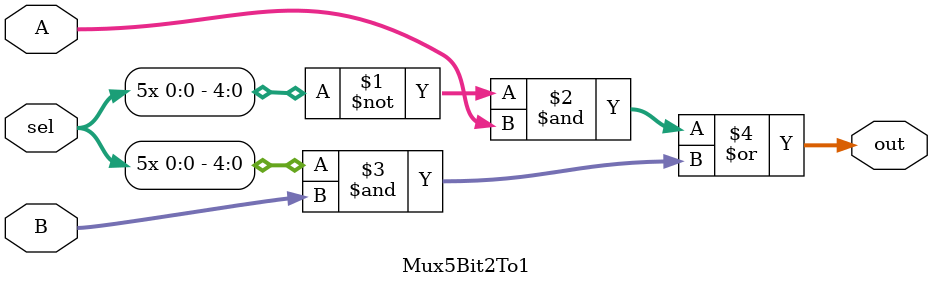
<source format=v>
`timescale 1ns / 1ps


module Mux5Bit2To1(out, A, B, sel);
    input [4:0] A, B;
    input sel;
    output [4:0] out;
    assign out = (~{5{sel}} & A) | ({5{sel}} & B);
endmodule

</source>
